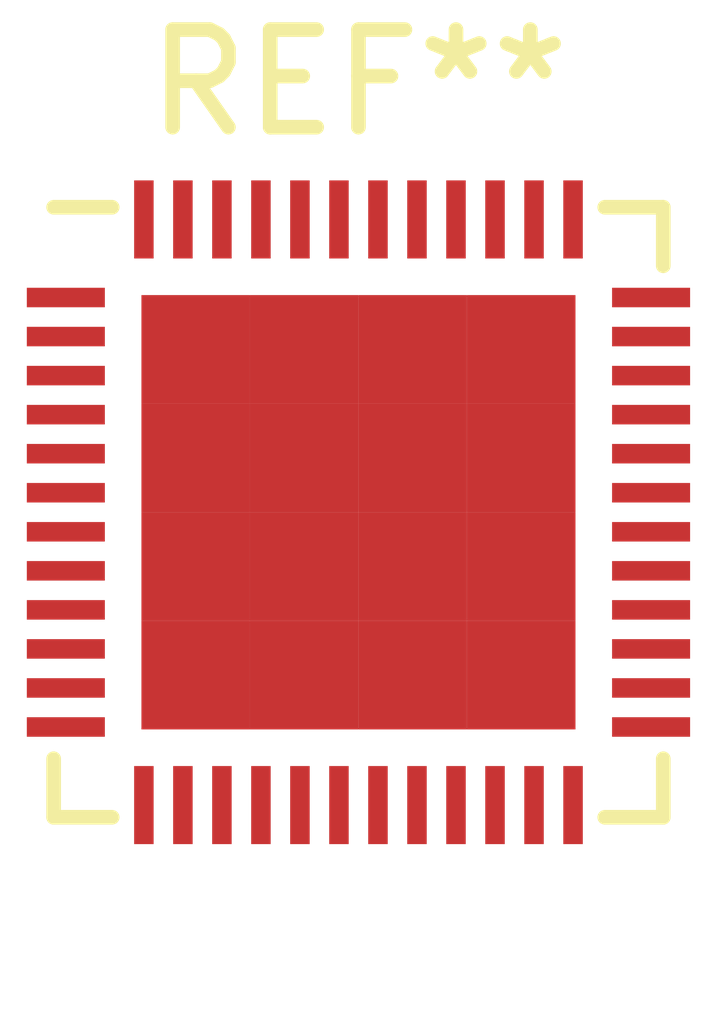
<source format=kicad_pcb>
(kicad_pcb (version 4) (host pcbnew 4.1.0-alpha+201607031448+6962~45~ubuntu15.04.1-product)

  (general
    (links 0)
    (no_connects 0)
    (area 0 0 0 0)
    (thickness 1.6)
    (drawings 0)
    (tracks 0)
    (zones 0)
    (modules 1)
    (nets 1)
  )

  (page A4)
  (layers
    (0 F.Cu signal)
    (31 B.Cu signal)
    (32 B.Adhes user)
    (33 F.Adhes user)
    (34 B.Paste user)
    (35 F.Paste user)
    (36 B.SilkS user)
    (37 F.SilkS user)
    (38 B.Mask user)
    (39 F.Mask user)
    (40 Dwgs.User user)
    (41 Cmts.User user)
    (42 Eco1.User user)
    (43 Eco2.User user)
    (44 Edge.Cuts user)
    (45 Margin user)
    (46 B.CrtYd user)
    (47 F.CrtYd user)
    (48 B.Fab user)
    (49 F.Fab user)
  )

  (setup
    (last_trace_width 0.25)
    (trace_clearance 0.2)
    (zone_clearance 0.508)
    (zone_45_only no)
    (trace_min 0.2)
    (segment_width 0.2)
    (edge_width 0.15)
    (via_size 0.8)
    (via_drill 0.4)
    (via_min_size 0.4)
    (via_min_drill 0.3)
    (uvia_size 0.3)
    (uvia_drill 0.1)
    (uvias_allowed no)
    (uvia_min_size 0.2)
    (uvia_min_drill 0.1)
    (pcb_text_width 0.3)
    (pcb_text_size 1.5 1.5)
    (mod_edge_width 0.15)
    (mod_text_size 1 1)
    (mod_text_width 0.15)
    (pad_size 1.524 1.524)
    (pad_drill 0.762)
    (pad_to_mask_clearance 0.2)
    (aux_axis_origin 0 0)
    (visible_elements FFFFFF7F)
    (pcbplotparams
      (layerselection 0x00030_ffffffff)
      (usegerberextensions false)
      (excludeedgelayer true)
      (linewidth 0.150000)
      (plotframeref false)
      (viasonmask false)
      (mode 1)
      (useauxorigin false)
      (hpglpennumber 1)
      (hpglpenspeed 20)
      (hpglpendiameter 15)
      (psnegative false)
      (psa4output false)
      (plotreference true)
      (plotvalue true)
      (plotinvisibletext false)
      (padsonsilk false)
      (subtractmaskfromsilk false)
      (outputformat 1)
      (mirror false)
      (drillshape 1)
      (scaleselection 1)
      (outputdirectory ""))
  )

  (net 0 "")

  (net_class Default "This is the default net class."
    (clearance 0.2)
    (trace_width 0.25)
    (via_dia 0.8)
    (via_drill 0.4)
    (uvia_dia 0.3)
    (uvia_drill 0.1)
  )

  (module Housings_DFN_QFN:UQFN-48-1EP_6x6mm_Pitch0.4mm (layer F.Cu) (tedit 57CD9FB6) (tstamp 57CEAF11)
    (at 141.224 88.646)
    (descr "48-Lead Plastic Ultra Thin Quad Flat, No Lead Package (MV) - 6x6x0.5 mm Body [UQFN]; (see Microchip Packaging Specification 00000049BS.pdf)")
    (tags "QFN 0.4")
    (attr smd)
    (fp_text reference REF** (at 0 -4.4) (layer F.SilkS)
      (effects (font (size 1 1) (thickness 0.15)))
    )
    (fp_text value ESP32 (at 0 4.4) (layer F.Fab)
      (effects (font (size 1 1) (thickness 0.15)))
    )
    (fp_line (start -3.65 -3.65) (end -3.65 3.65) (layer F.CrtYd) (width 0.05))
    (fp_line (start 3.65 -3.65) (end 3.65 3.65) (layer F.CrtYd) (width 0.05))
    (fp_line (start -3.65 -3.65) (end 3.65 -3.65) (layer F.CrtYd) (width 0.05))
    (fp_line (start -3.65 3.65) (end 3.65 3.65) (layer F.CrtYd) (width 0.05))
    (fp_line (start 3.125 -3.125) (end 3.125 -2.525) (layer F.SilkS) (width 0.15))
    (fp_line (start -3.125 3.125) (end -3.125 2.525) (layer F.SilkS) (width 0.15))
    (fp_line (start 3.125 3.125) (end 3.125 2.525) (layer F.SilkS) (width 0.15))
    (fp_line (start -3.125 -3.125) (end -2.525 -3.125) (layer F.SilkS) (width 0.15))
    (fp_line (start -3.125 3.125) (end -2.525 3.125) (layer F.SilkS) (width 0.15))
    (fp_line (start 3.125 3.125) (end 2.525 3.125) (layer F.SilkS) (width 0.15))
    (fp_line (start 3.125 -3.125) (end 2.525 -3.125) (layer F.SilkS) (width 0.15))
    (pad 1 smd rect (at -3 -2.2) (size 0.8 0.2) (layers F.Cu F.Paste F.Mask))
    (pad 2 smd rect (at -3 -1.8) (size 0.8 0.2) (layers F.Cu F.Paste F.Mask))
    (pad 3 smd rect (at -3 -1.4) (size 0.8 0.2) (layers F.Cu F.Paste F.Mask))
    (pad 4 smd rect (at -3 -1) (size 0.8 0.2) (layers F.Cu F.Paste F.Mask))
    (pad 5 smd rect (at -3 -0.6) (size 0.8 0.2) (layers F.Cu F.Paste F.Mask))
    (pad 6 smd rect (at -3 -0.2) (size 0.8 0.2) (layers F.Cu F.Paste F.Mask))
    (pad 7 smd rect (at -3 0.2) (size 0.8 0.2) (layers F.Cu F.Paste F.Mask))
    (pad 8 smd rect (at -3 0.6) (size 0.8 0.2) (layers F.Cu F.Paste F.Mask))
    (pad 9 smd rect (at -3 1) (size 0.8 0.2) (layers F.Cu F.Paste F.Mask))
    (pad 10 smd rect (at -3 1.4) (size 0.8 0.2) (layers F.Cu F.Paste F.Mask))
    (pad 11 smd rect (at -3 1.8) (size 0.8 0.2) (layers F.Cu F.Paste F.Mask))
    (pad 12 smd rect (at -3 2.2) (size 0.8 0.2) (layers F.Cu F.Paste F.Mask))
    (pad 13 smd rect (at -2.2 3 90) (size 0.8 0.2) (layers F.Cu F.Paste F.Mask))
    (pad 14 smd rect (at -1.8 3 90) (size 0.8 0.2) (layers F.Cu F.Paste F.Mask))
    (pad 15 smd rect (at -1.4 3 90) (size 0.8 0.2) (layers F.Cu F.Paste F.Mask))
    (pad 16 smd rect (at -1 3 90) (size 0.8 0.2) (layers F.Cu F.Paste F.Mask))
    (pad 17 smd rect (at -0.6 3 90) (size 0.8 0.2) (layers F.Cu F.Paste F.Mask))
    (pad 18 smd rect (at -0.2 3 90) (size 0.8 0.2) (layers F.Cu F.Paste F.Mask))
    (pad 19 smd rect (at 0.2 3 90) (size 0.8 0.2) (layers F.Cu F.Paste F.Mask))
    (pad 20 smd rect (at 0.6 3 90) (size 0.8 0.2) (layers F.Cu F.Paste F.Mask))
    (pad 21 smd rect (at 1 3 90) (size 0.8 0.2) (layers F.Cu F.Paste F.Mask))
    (pad 22 smd rect (at 1.4 3 90) (size 0.8 0.2) (layers F.Cu F.Paste F.Mask))
    (pad 23 smd rect (at 1.8 3 90) (size 0.8 0.2) (layers F.Cu F.Paste F.Mask))
    (pad 24 smd rect (at 2.2 3 90) (size 0.8 0.2) (layers F.Cu F.Paste F.Mask))
    (pad 25 smd rect (at 3 2.2) (size 0.8 0.2) (layers F.Cu F.Paste F.Mask))
    (pad 26 smd rect (at 3 1.8) (size 0.8 0.2) (layers F.Cu F.Paste F.Mask))
    (pad 27 smd rect (at 3 1.4) (size 0.8 0.2) (layers F.Cu F.Paste F.Mask))
    (pad 28 smd rect (at 3 1) (size 0.8 0.2) (layers F.Cu F.Paste F.Mask))
    (pad 29 smd rect (at 3 0.6) (size 0.8 0.2) (layers F.Cu F.Paste F.Mask))
    (pad 30 smd rect (at 3 0.2) (size 0.8 0.2) (layers F.Cu F.Paste F.Mask))
    (pad 31 smd rect (at 3 -0.2) (size 0.8 0.2) (layers F.Cu F.Paste F.Mask))
    (pad 32 smd rect (at 3 -0.6) (size 0.8 0.2) (layers F.Cu F.Paste F.Mask))
    (pad 33 smd rect (at 3 -1) (size 0.8 0.2) (layers F.Cu F.Paste F.Mask))
    (pad 34 smd rect (at 3 -1.4) (size 0.8 0.2) (layers F.Cu F.Paste F.Mask))
    (pad 35 smd rect (at 3 -1.8) (size 0.8 0.2) (layers F.Cu F.Paste F.Mask))
    (pad 36 smd rect (at 3 -2.2) (size 0.8 0.2) (layers F.Cu F.Paste F.Mask))
    (pad 37 smd rect (at 2.2 -3 90) (size 0.8 0.2) (layers F.Cu F.Paste F.Mask))
    (pad 38 smd rect (at 1.8 -3 90) (size 0.8 0.2) (layers F.Cu F.Paste F.Mask))
    (pad 39 smd rect (at 1.4 -3 90) (size 0.8 0.2) (layers F.Cu F.Paste F.Mask))
    (pad 40 smd rect (at 1 -3 90) (size 0.8 0.2) (layers F.Cu F.Paste F.Mask))
    (pad 41 smd rect (at 0.6 -3 90) (size 0.8 0.2) (layers F.Cu F.Paste F.Mask))
    (pad 42 smd rect (at 0.2 -3 90) (size 0.8 0.2) (layers F.Cu F.Paste F.Mask))
    (pad 43 smd rect (at -0.2 -3 90) (size 0.8 0.2) (layers F.Cu F.Paste F.Mask))
    (pad 44 smd rect (at -0.6 -3 90) (size 0.8 0.2) (layers F.Cu F.Paste F.Mask))
    (pad 45 smd rect (at -1 -3 90) (size 0.8 0.2) (layers F.Cu F.Paste F.Mask))
    (pad 46 smd rect (at -1.4 -3 90) (size 0.8 0.2) (layers F.Cu F.Paste F.Mask))
    (pad 47 smd rect (at -1.8 -3 90) (size 0.8 0.2) (layers F.Cu F.Paste F.Mask))
    (pad 48 smd rect (at -2.2 -3 90) (size 0.8 0.2) (layers F.Cu F.Paste F.Mask))
    (pad 49 smd rect (at 1.66875 1.66875) (size 1.1125 1.1125) (layers F.Cu F.Paste F.Mask)
      (solder_paste_margin_ratio -0.2))
    (pad 49 smd rect (at 1.66875 0.55625) (size 1.1125 1.1125) (layers F.Cu F.Paste F.Mask)
      (solder_paste_margin_ratio -0.2))
    (pad 49 smd rect (at 1.66875 -0.55625) (size 1.1125 1.1125) (layers F.Cu F.Paste F.Mask)
      (solder_paste_margin_ratio -0.2))
    (pad 49 smd rect (at 1.66875 -1.66875) (size 1.1125 1.1125) (layers F.Cu F.Paste F.Mask)
      (solder_paste_margin_ratio -0.2))
    (pad 49 smd rect (at 0.55625 1.66875) (size 1.1125 1.1125) (layers F.Cu F.Paste F.Mask)
      (solder_paste_margin_ratio -0.2))
    (pad 49 smd rect (at 0.55625 0.55625) (size 1.1125 1.1125) (layers F.Cu F.Paste F.Mask)
      (solder_paste_margin_ratio -0.2))
    (pad 49 smd rect (at 0.55625 -0.55625) (size 1.1125 1.1125) (layers F.Cu F.Paste F.Mask)
      (solder_paste_margin_ratio -0.2))
    (pad 49 smd rect (at 0.55625 -1.66875) (size 1.1125 1.1125) (layers F.Cu F.Paste F.Mask)
      (solder_paste_margin_ratio -0.2))
    (pad 49 smd rect (at -0.55625 1.66875) (size 1.1125 1.1125) (layers F.Cu F.Paste F.Mask)
      (solder_paste_margin_ratio -0.2))
    (pad 49 smd rect (at -0.55625 0.55625) (size 1.1125 1.1125) (layers F.Cu F.Paste F.Mask)
      (solder_paste_margin_ratio -0.2))
    (pad 49 smd rect (at -0.55625 -0.55625) (size 1.1125 1.1125) (layers F.Cu F.Paste F.Mask)
      (solder_paste_margin_ratio -0.2))
    (pad 49 smd rect (at -0.55625 -1.66875) (size 1.1125 1.1125) (layers F.Cu F.Paste F.Mask)
      (solder_paste_margin_ratio -0.2))
    (pad 49 smd rect (at -1.66875 1.66875) (size 1.1125 1.1125) (layers F.Cu F.Paste F.Mask)
      (solder_paste_margin_ratio -0.2))
    (pad 49 smd rect (at -1.66875 0.55625) (size 1.1125 1.1125) (layers F.Cu F.Paste F.Mask)
      (solder_paste_margin_ratio -0.2))
    (pad 49 smd rect (at -1.66875 -0.55625) (size 1.1125 1.1125) (layers F.Cu F.Paste F.Mask)
      (solder_paste_margin_ratio -0.2))
    (pad 49 smd rect (at -1.66875 -1.66875) (size 1.1125 1.1125) (layers F.Cu F.Paste F.Mask)
      (solder_paste_margin_ratio -0.2))
    (model Housings_DFN_QFN.3dshapes/UQFN-48-1EP_6x6mm_Pitch0.4mm.wrl
      (at (xyz 0 0 0))
      (scale (xyz 1 1 1))
      (rotate (xyz 0 0 0))
    )
  )

)

</source>
